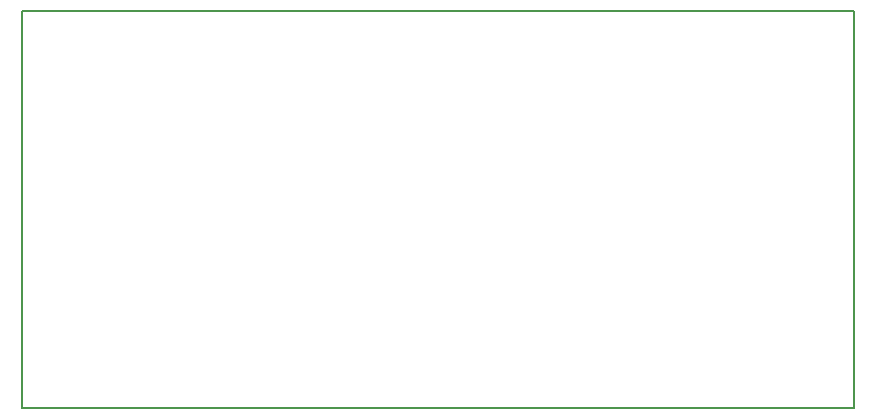
<source format=gbr>
G04 #@! TF.GenerationSoftware,KiCad,Pcbnew,(5.0.2)-1*
G04 #@! TF.CreationDate,2019-04-18T12:23:37+05:30*
G04 #@! TF.ProjectId,ti_based,74695f62-6173-4656-942e-6b696361645f,rev?*
G04 #@! TF.SameCoordinates,Original*
G04 #@! TF.FileFunction,Profile,NP*
%FSLAX46Y46*%
G04 Gerber Fmt 4.6, Leading zero omitted, Abs format (unit mm)*
G04 Created by KiCad (PCBNEW (5.0.2)-1) date 18/04/2019 12:23:37*
%MOMM*%
%LPD*%
G01*
G04 APERTURE LIST*
%ADD10C,0.150000*%
G04 APERTURE END LIST*
D10*
X50800000Y-31750000D02*
X50800000Y-28575000D01*
X121285000Y-28575000D02*
X121285000Y-31750000D01*
X50800000Y-62230000D02*
X50800000Y-31750000D01*
X121285000Y-62230000D02*
X50800000Y-62230000D01*
X121285000Y-31750000D02*
X121285000Y-62230000D01*
X50800000Y-28575000D02*
X121285000Y-28575000D01*
M02*

</source>
